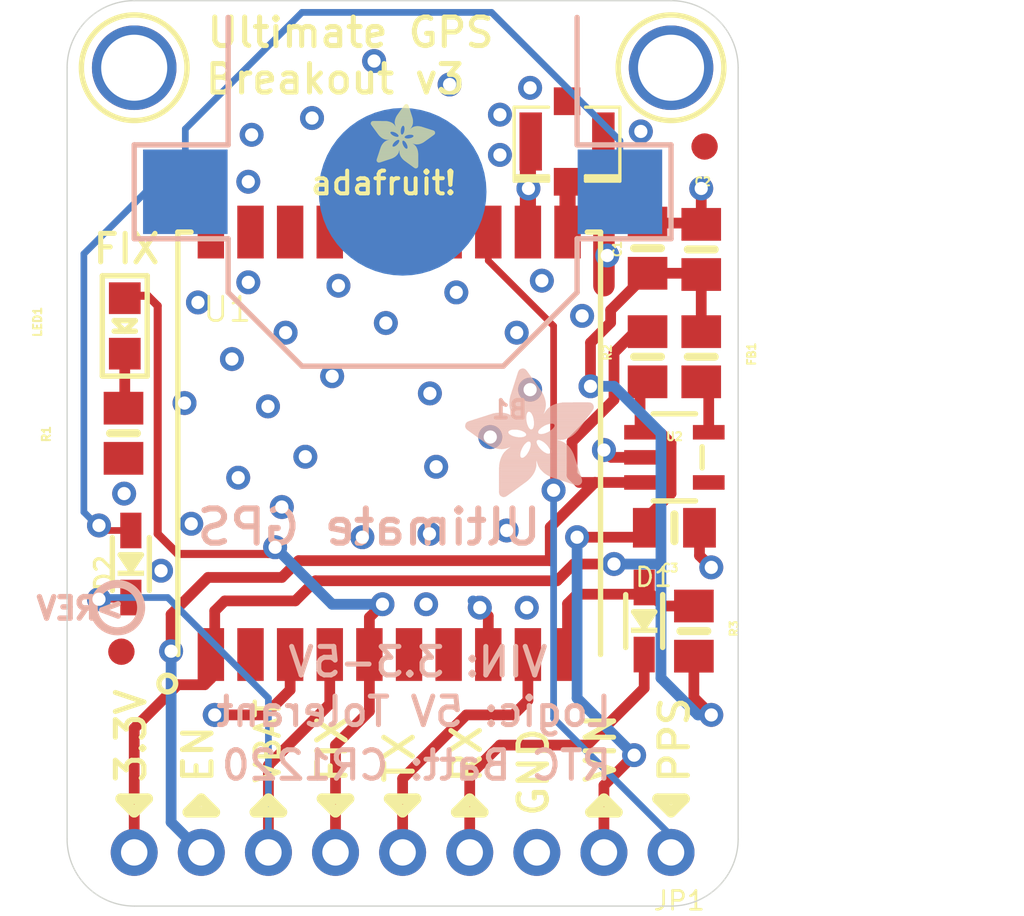
<source format=kicad_pcb>
(kicad_pcb (version 20211014) (generator pcbnew)
  (layers (0 "F.Cu" signal) (31 "B.Cu" signal) (34 "B.Paste" user) (35 "F.Paste" user) (36 "B.SilkS" user "B.Silkscreen") (37 "F.SilkS" user "F.Silkscreen") (38 "B.Mask" user) (39 "F.Mask" user) (44 "Edge.Cuts" user))
  (net 0 "")
  (net 1 "FIX")
  (net 2 "N$2")
  (net 3 "GND")
  (net 4 "3.3V")
  (net 5 "ENABLE")
  (net 6 "VIN")
  (net 7 "N$3")
  (net 8 "VBACKUP")
  (net 9 "TX")
  (net 10 "RX_3V")
  (net 11 "RX")
  (net 12 "N$4")
  (net 13 "1PPS")
  (net 14 "N$1")
  (footprint "boardEagle:0805-NO" (layer "F.Cu") (at 157.7721 101.3446 -90)
    (fp_text reference "R2" (at -0.508 1.524 90) (layer "F.SilkS") (effects (font (size 0.306426 0.306426) (thickness 0.099974)) (justify right)))
    (fp_text value "10K")
    (pad "1" smd rect (at -0.95 0 270) (size 1.24 1.5) (layers "F.Cu" "F.Paste" "F.Mask") (net 5 "ENABLE"))
    (pad "2" smd rect (at 0.95 0 270) (size 1.24 1.5) (layers "F.Cu" "F.Paste" "F.Mask") (net 6 "VIN"))
  )
  (footprint "boardEagle:MOUNTINGHOLE_2.5_PLATED" (layer "F.Cu") (at 138.3411 90.3986)
    (fp_text reference "U$8" hide)
    (fp_text value "MOUNTINGHOLE2.5" hide)
    (pad "P$1" thru_hole circle (at 0 0) (size 3.2 3.2) (drill 2.5) (layers *.Cu *.Mask))
  )
  (footprint "boardEagle:FIDUCIAL_1MM" (layer "F.Cu") (at 159.9311 93.3831)
    (fp_text reference "FID1" hide)
    (fp_text value "FIDUCIAL\"\"" hide)
    (pad "1" smd roundrect (at 0 0) (size 1 1) (layers "F.Cu" "F.Mask") (roundrect_rratio 0.5))
  )
  (footprint "boardEagle:0805-NO" (layer "F.Cu") (at 157.7721 97.2326 90)
    (fp_text reference "C1" (at -0.381 -1.143 90) (layer "F.SilkS") (effects (font (size 0.306426 0.306426) (thickness 0.099974)) (justify left)))
    (fp_text value "0.1uF")
    (pad "1" smd rect (at -0.95 0 90) (size 1.24 1.5) (layers "F.Cu" "F.Paste" "F.Mask") (net 4 "3.3V"))
    (pad "2" smd rect (at 0.95 0 90) (size 1.24 1.5) (layers "F.Cu" "F.Paste" "F.Mask") (net 3 "GND"))
  )
  (footprint "boardEagle:ADAFRUIT_2.5MM" (layer "F.Cu") (at 147.2946 94.2086)
    (fp_text reference "U$15" hide)
    (fp_text value "" hide)
  )
  (footprint "boardEagle:FGPMMOPA6H" (layer "F.Cu") (at 147.9931 104.6226 90)
    (fp_text reference "U1" (at 5.071 -7.111) (layer "F.SilkS") (effects (font (size 0.916026 0.916026) (thickness 0.099974)) (justify left)))
    (fp_text value "FGPMMOPA6H")
    (pad "" np_thru_hole circle (at 0.2 -0.8 90) (size 3 3) (drill 3) (layers *.Cu *.Mask))
    (pad "P$1" smd rect (at -8 -6.75 90) (size 2 1) (layers "F.Cu" "F.Paste" "F.Mask") (net 4 "3.3V"))
    (pad "P$2" smd rect (at -8 -5.25 90) (size 2 1) (layers "F.Cu" "F.Paste" "F.Mask"))
    (pad "P$3" smd rect (at -8 -3.75 90) (size 2 1) (layers "F.Cu" "F.Paste" "F.Mask") (net 3 "GND"))
    (pad "P$4" smd rect (at -8 -2.25 90) (size 2 1) (layers "F.Cu" "F.Paste" "F.Mask") (net 8 "VBACKUP"))
    (pad "P$5" smd rect (at -8 -0.75 90) (size 2 1) (layers "F.Cu" "F.Paste" "F.Mask") (net 1 "FIX"))
    (pad "P$6" smd rect (at -8 0.75 90) (size 2 1) (layers "F.Cu" "F.Paste" "F.Mask"))
    (pad "P$7" smd rect (at -8 2.25 90) (size 2 1) (layers "F.Cu" "F.Paste" "F.Mask"))
    (pad "P$8" smd rect (at -8 3.75 90) (size 2 1) (layers "F.Cu" "F.Paste" "F.Mask") (net 3 "GND"))
    (pad "P$9" smd rect (at -8 5.25 90) (size 2 1) (layers "F.Cu" "F.Paste" "F.Mask") (net 9 "TX"))
    (pad "P$10" smd rect (at -8 6.75 90) (size 2 1) (layers "F.Cu" "F.Paste" "F.Mask") (net 10 "RX_3V"))
    (pad "P$11" smd rect (at 8 6.75 270) (size 2 1) (layers "F.Cu" "F.Paste" "F.Mask") (net 12 "N$4"))
    (pad "P$12" smd rect (at 8 5.25 270) (size 2 1) (layers "F.Cu" "F.Paste" "F.Mask") (net 3 "GND"))
    (pad "P$13" smd rect (at 8 3.75 270) (size 2 1) (layers "F.Cu" "F.Paste" "F.Mask") (net 13 "1PPS"))
    (pad "P$14" smd rect (at 8 2.25 270) (size 2 1) (layers "F.Cu" "F.Paste" "F.Mask"))
    (pad "P$15" smd rect (at 8 0.75 270) (size 2 1) (layers "F.Cu" "F.Paste" "F.Mask"))
    (pad "P$16" smd rect (at 8 -0.75 270) (size 2 1) (layers "F.Cu" "F.Paste" "F.Mask"))
    (pad "P$17" smd rect (at 8 -2.25 270) (size 2 1) (layers "F.Cu" "F.Paste" "F.Mask"))
    (pad "P$18" smd rect (at 8 -3.75 270) (size 2 1) (layers "F.Cu" "F.Paste" "F.Mask"))
    (pad "P$19" smd rect (at 8 -5.25 270) (size 2 1) (layers "F.Cu" "F.Paste" "F.Mask") (net 3 "GND"))
    (pad "P$20" smd rect (at 8 -6.75 270) (size 2 1) (layers "F.Cu" "F.Paste" "F.Mask"))
  )
  (footprint "boardEagle:0805-NO" (layer "F.Cu") (at 158.7881 107.8216)
    (fp_text reference "C3" (at -0.508 1.524) (layer "F.SilkS") (effects (font (size 0.306426 0.306426) (thickness 0.099974)) (justify left)))
    (fp_text value "10uF")
    (pad "1" smd rect (at -0.95 0) (size 1.24 1.5) (layers "F.Cu" "F.Paste" "F.Mask") (net 6 "VIN"))
    (pad "2" smd rect (at 0.95 0) (size 1.24 1.5) (layers "F.Cu" "F.Paste" "F.Mask") (net 3 "GND"))
  )
  (footprint "boardEagle:0805-NO" (layer "F.Cu") (at 159.8041 101.3446 90)
    (fp_text reference "FB1" (at -0.381 1.905 90) (layer "F.SilkS") (effects (font (size 0.306426 0.306426) (thickness 0.099974)) (justify left)))
    (fp_text value "Ferrite")
    (pad "1" smd rect (at -0.95 0 90) (size 1.24 1.5) (layers "F.Cu" "F.Paste" "F.Mask") (net 7 "N$3"))
    (pad "2" smd rect (at 0.95 0 90) (size 1.24 1.5) (layers "F.Cu" "F.Paste" "F.Mask") (net 4 "3.3V"))
  )
  (footprint "boardEagle:MOUNTINGHOLE_2.5_PLATED" (layer "F.Cu") (at 158.6611 90.3986)
    (fp_text reference "U$9" hide)
    (fp_text value "MOUNTINGHOLE2.5" hide)
    (pad "P$1" thru_hole circle (at 0 0) (size 3.2 3.2) (drill 2.5) (layers *.Cu *.Mask))
  )
  (footprint "boardEagle:SOT23-5" (layer "F.Cu") (at 158.7881 105.1546 -90)
    (fp_text reference "U2" (at -0.786 -0.357) (layer "F.SilkS") (effects (font (size 0.306426 0.306426) (thickness 0.099974)) (justify right)))
    (fp_text value "MIC5225-3.3")
    (pad "1" smd rect (at -0.95 1.3001 270) (size 0.55 1.2) (layers "F.Cu" "F.Paste" "F.Mask") (net 6 "VIN"))
    (pad "2" smd rect (at 0 1.3001 270) (size 0.55 1.2) (layers "F.Cu" "F.Paste" "F.Mask") (net 3 "GND"))
    (pad "3" smd rect (at 0.95 1.3001 270) (size 0.55 1.2) (layers "F.Cu" "F.Paste" "F.Mask") (net 5 "ENABLE"))
    (pad "4" smd rect (at 0.95 -1.3001 270) (size 0.55 1.2) (layers "F.Cu" "F.Paste" "F.Mask"))
    (pad "5" smd rect (at -0.95 -1.3001 270) (size 0.55 1.2) (layers "F.Cu" "F.Paste" "F.Mask") (net 7 "N$3"))
  )
  (footprint "boardEagle:U.FL" (layer "F.Cu") (at 154.7241 93.1926 -90)
    (fp_text reference "U$20" hide)
    (fp_text value "U.FL" hide)
    (pad "P$1" smd rect (at 0 -1.375 270) (size 2.2 0.85) (layers "F.Cu" "F.Paste" "F.Mask") (net 3 "GND"))
    (pad "P$2" smd rect (at 0 1.375 270) (size 2.2 0.85) (layers "F.Cu" "F.Paste" "F.Mask") (net 3 "GND"))
    (pad "P$3" smd rect (at 1.525 0 270) (size 1.05 1) (layers "F.Cu" "F.Paste" "F.Mask") (net 12 "N$4"))
    (pad "P$4" smd rect (at -1.525 0 270) (size 1.05 1) (layers "F.Cu" "F.Paste" "F.Mask"))
  )
  (footprint "boardEagle:FIDUCIAL_1MM" (layer "F.Cu") (at 137.8561 112.5151)
    (fp_text reference "FID2" hide)
    (fp_text value "FIDUCIAL\"\"" hide)
    (pad "1" smd roundrect (at 0 0) (size 1 1) (layers "F.Cu" "F.Mask") (roundrect_rratio 0.5))
  )
  (footprint "boardEagle:CHIPLED_0805" (layer "F.Cu") (at 137.9841 100.1776 180)
    (fp_text reference "LED1" (at 3.302 0.762 90) (layer "F.SilkS") (effects (font (size 0.306426 0.306426) (thickness 0.099974)) (justify right)))
    (fp_text value "RED")
    (pad "A" smd rect (at 0 1.05 180) (size 1.2 1.2) (layers "F.Cu" "F.Paste" "F.Mask") (net 1 "FIX"))
    (pad "C" smd rect (at 0 -1.05 180) (size 1.2 1.2) (layers "F.Cu" "F.Paste" "F.Mask") (net 2 "N$2"))
  )
  (footprint "boardEagle:SOD-323" (layer "F.Cu") (at 138.2141 109.1946 90)
    (fp_text reference "D2" (at -1.1 -1 90) (layer "F.SilkS") (effects (font (size 0.692831 0.692831) (thickness 0.119969)) (justify left)))
    (fp_text value "CUS520")
    (pad "A" smd rect (at 1.27 0 90) (size 1.35 0.8) (layers "F.Cu" "F.Paste" "F.Mask") (net 14 "N$1"))
    (pad "C" smd rect (at -1.27 0 90) (size 1.35 0.8) (layers "F.Cu" "F.Paste" "F.Mask") (net 8 "VBACKUP"))
  )
  (footprint "boardEagle:SOD-323" (layer "F.Cu") (at 157.6451 111.3536 90)
    (fp_text reference "D1" (at 1.662 -0.403) (layer "F.SilkS") (effects (font (size 0.712826 0.712826) (thickness 0.099974)) (justify left)))
    (fp_text value "1N4148")
    (pad "A" smd rect (at 1.27 0 90) (size 1.35 0.8) (layers "F.Cu" "F.Paste" "F.Mask") (net 10 "RX_3V"))
    (pad "C" smd rect (at -1.27 0 90) (size 1.35 0.8) (layers "F.Cu" "F.Paste" "F.Mask") (net 11 "RX"))
  )
  (footprint "boardEagle:1X09_ROUND_70" (layer "F.Cu") (at 148.5011 120.1166 180)
    (fp_text reference "JP1" (at -11.5062 -1.8288) (layer "F.SilkS") (effects (font (size 0.712826 0.712826) (thickness 0.099974)) (justify right)))
    (fp_text value "")
    (pad "1" thru_hole circle (at -10.16 0 270) (size 1.778 1.778) (drill 1) (layers *.Cu *.Mask) (net 13 "1PPS"))
    (pad "2" thru_hole circle (at -7.62 0 270) (size 1.778 1.778) (drill 1) (layers *.Cu *.Mask) (net 6 "VIN"))
    (pad "3" thru_hole circle (at -5.08 0 270) (size 1.778 1.778) (drill 1) (layers *.Cu *.Mask) (net 3 "GND"))
    (pad "4" thru_hole circle (at -2.54 0 270) (size 1.778 1.778) (drill 1) (layers *.Cu *.Mask) (net 11 "RX"))
    (pad "5" thru_hole circle (at 0 0 270) (size 1.778 1.778) (drill 1) (layers *.Cu *.Mask) (net 9 "TX"))
    (pad "6" thru_hole circle (at 2.54 0 270) (size 1.778 1.778) (drill 1) (layers *.Cu *.Mask) (net 1 "FIX"))
    (pad "7" thru_hole circle (at 5.08 0 270) (size 1.778 1.778) (drill 1) (layers *.Cu *.Mask) (net 8 "VBACKUP"))
    (pad "8" thru_hole circle (at 7.62 0 270) (size 1.778 1.778) (drill 1) (layers *.Cu *.Mask) (net 5 "ENABLE"))
    (pad "9" thru_hole circle (at 10.16 0 270) (size 1.778 1.778) (drill 1) (layers *.Cu *.Mask) (net 4 "3.3V"))
  )
  (footprint "boardEagle:0805-NO" (layer "F.Cu") (at 159.5261 111.7346 90)
    (fp_text reference "R3" (at -0.254 1.524 90) (layer "F.SilkS") (effects (font (size 0.306426 0.306426) (thickness 0.099974)) (justify left)))
    (fp_text value "10K")
    (pad "1" smd rect (at -0.95 0 90) (size 1.24 1.5) (layers "F.Cu" "F.Paste" "F.Mask") (net 4 "3.3V"))
    (pad "2" smd rect (at 0.95 0 90) (size 1.24 1.5) (layers "F.Cu" "F.Paste" "F.Mask") (net 10 "RX_3V"))
  )
  (footprint "boardEagle:0805-NO" (layer "F.Cu") (at 137.9361 104.2416 90)
    (fp_text reference "R1" (at -0.381 -2.921 90) (layer "F.SilkS") (effects (font (size 0.306426 0.306426) (thickness 0.099974)) (justify left)))
    (fp_text value "1K")
    (pad "1" smd rect (at -0.95 0 90) (size 1.24 1.5) (layers "F.Cu" "F.Paste" "F.Mask") (net 3 "GND"))
    (pad "2" smd rect (at 0.95 0 90) (size 1.24 1.5) (layers "F.Cu" "F.Paste" "F.Mask") (net 2 "N$2"))
  )
  (footprint "boardEagle:0805-NO" (layer "F.Cu") (at 159.8041 97.2806 90)
    (fp_text reference "C2" (at 2.564 0.405) (layer "F.SilkS") (effects (font (size 0.306426 0.306426) (thickness 0.099974)) (justify right)))
    (fp_text value "10uF")
    (pad "1" smd rect (at -0.95 0 90) (size 1.24 1.5) (layers "F.Cu" "F.Paste" "F.Mask") (net 4 "3.3V"))
    (pad "2" smd rect (at 0.95 0 90) (size 1.24 1.5) (layers "F.Cu" "F.Paste" "F.Mask") (net 3 "GND"))
  )
  (footprint "boardEagle:CR1220" (layer "B.Cu") (at 148.5011 95.0976 180)
    (fp_text reference "B1" (at -3.302 -7.86) (layer "B.SilkS") (effects (font (size 0.666496 0.666496) (thickness 0.146304)) (justify right top mirror)))
    (fp_text value "CR1220")
    (pad "+$1" smd rect (at -8.2254 0 180) (size 3.2 3.2) (layers "B.Cu" "B.Paste" "B.Mask") (net 14 "N$1"))
    (pad "+$2" smd rect (at 8.2254 0 180) (size 3.2 3.2) (layers "B.Cu" "B.Paste" "B.Mask") (net 14 "N$1"))
    (pad "-" smd roundrect (at 0 0 180) (size 6.35 6.35) (layers "B.Cu" "B.Mask") (roundrect_rratio 0.5) (net 3 "GND"))
  )
  (footprint "boardEagle:ADAFRUIT_5MM" (layer "B.Cu") (at 155.7401 106.6546 180)
    (fp_text reference "U$18" hide)
    (fp_text value "" hide)
  )
  (footprint "boardEagle:PCBFEAT-REV-040" (layer "B.Cu") (at 137.7061 110.8456 180)
    (fp_text reference "U$16" hide)
    (fp_text value "" hide)
    (fp_text user ">REV" (at -0.3556 -0.508) (layer "B.SilkS") (effects (font (size 0.8128 0.8128) (thickness 0.2032)) (justify left bottom mirror)))
  )
  (gr_line (start 147.9931 118.0846) (end 148.5011 118.5926) (layer "F.SilkS") (width 0.4064))
  (gr_line (start 141.3891 118.5926) (end 140.8811 118.0846) (layer "F.SilkS") (width 0.4064))
  (gr_line (start 149.0091 118.0846) (end 147.9931 118.0846) (layer "F.SilkS") (width 0.4064))
  (gr_line (start 145.4531 118.0846) (end 145.9611 118.5926) (layer "F.SilkS") (width 0.4064))
  (gr_line (start 156.6291 118.5926) (end 156.1211 118.0846) (layer "F.SilkS") (width 0.4064))
  (gr_line (start 159.1691 118.0846) (end 158.1531 118.0846) (layer "F.SilkS") (width 0.4064))
  (gr_line (start 143.9291 118.5926) (end 143.4211 118.0846) (layer "F.SilkS") (width 0.4064))
  (gr_line (start 155.6131 118.5926) (end 156.6291 118.5926) (layer "F.SilkS") (width 0.4064))
  (gr_line (start 146.4691 118.0846) (end 145.4531 118.0846) (layer "F.SilkS") (width 0.4064))
  (gr_line (start 158.6611 118.5926) (end 159.1691 118.0846) (layer "F.SilkS") (width 0.4064))
  (gr_line (start 142.9131 118.5926) (end 143.9291 118.5926) (layer "F.SilkS") (width 0.4064))
  (gr_line (start 145.9611 118.5926) (end 146.4691 118.0846) (layer "F.SilkS") (width 0.4064))
  (gr_line (start 138.8491 118.0846) (end 137.8331 118.0846) (layer "F.SilkS") (width 0.4064))
  (gr_line (start 140.3731 118.5926) (end 141.3891 118.5926) (layer "F.SilkS") (width 0.4064))
  (gr_line (start 148.5011 118.5926) (end 149.0091 118.0846) (layer "F.SilkS") (width 0.4064))
  (gr_line (start 158.1531 118.0846) (end 158.6611 118.5926) (layer "F.SilkS") (width 0.4064))
  (gr_line (start 151.5491 118.5926) (end 151.0411 118.0846) (layer "F.SilkS") (width 0.4064))
  (gr_line (start 140.8811 118.0846) (end 140.3731 118.5926) (layer "F.SilkS") (width 0.4064))
  (gr_line (start 151.0411 118.0846) (end 150.5331 118.5926) (layer "F.SilkS") (width 0.4064))
  (gr_line (start 137.8331 118.0846) (end 138.3411 118.5926) (layer "F.SilkS") (width 0.4064))
  (gr_line (start 156.1211 118.0846) (end 155.6131 118.5926) (layer "F.SilkS") (width 0.4064))
  (gr_line (start 143.4211 118.0846) (end 142.9131 118.5926) (layer "F.SilkS") (width 0.4064))
  (gr_line (start 138.3411 118.5926) (end 138.8491 118.0846) (layer "F.SilkS") (width 0.4064))
  (gr_line (start 150.5331 118.5926) (end 151.5491 118.5926) (layer "F.SilkS") (width 0.4064))
  (gr_line (start 161.2011 90.3986) (end 161.2011 119.6086) (layer "Edge.Cuts") (width 0.05))
  (gr_arc (start 138.3411 122.1486) (mid 136.545049 121.404651) (end 135.8011 119.6086) (layer "Edge.Cuts") (width 0.05))
  (gr_line (start 135.8011 119.6086) (end 135.8011 90.3986) (layer "Edge.Cuts") (width 0.05))
  (gr_line (start 138.3411 87.8586) (end 158.6611 87.8586) (layer "Edge.Cuts") (width 0.05))
  (gr_arc (start 135.8011 90.3986) (mid 136.545049 88.602549) (end 138.3411 87.8586) (layer "Edge.Cuts") (width 0.05))
  (gr_line (start 158.6611 122.1486) (end 138.3411 122.1486) (layer "Edge.Cuts") (width 0.05))
  (gr_arc (start 158.6611 87.8586) (mid 160.457151 88.602549) (end 161.2011 90.3986) (layer "Edge.Cuts") (width 0.05))
  (gr_arc (start 161.2011 119.6086) (mid 160.457151 121.404651) (end 158.6611 122.1486) (layer "Edge.Cuts") (width 0.05))
  (gr_text "RTC Batt: CR1220" (at 156.5021 117.4496) (layer "B.SilkS") (effects (font (size 1.0795 1.0795) (thickness 0.1905)) (justify left bottom mirror)))
  (gr_text "VIN: 3.3-5V" (at 154.0891 113.5366) (layer "B.SilkS") (effects (font (size 1.0795 1.0795) (thickness 0.1905)) (justify left bottom mirror)))
  (gr_text "Logic: 5V Tolerant" (at 156.5021 115.4176) (layer "B.SilkS") (effects (font (size 1.0795 1.0795) (thickness 0.1905)) (justify left bottom mirror)))
  (gr_text "Ultimate GPS" (at 147.2311 107.7976) (layer "B.SilkS") (effects (font (size 1.2954 1.2954) (thickness 0.2286)) (justify mirror)))
  (gr_text "Breakout v3" (at 140.9446 91.4621) (layer "F.SilkS") (effects (font (size 1.0795 1.0795) (thickness 0.1905)) (justify left bottom)))
  (gr_text "EN" (at 141.3891 117.5766 90) (layer "F.SilkS") (effects (font (size 1.0795 1.0795) (thickness 0.1905)) (justify left bottom)))
  (gr_text "PPS" (at 159.4231 117.5766 90) (layer "F.SilkS") (effects (font (size 1.0795 1.0795) (thickness 0.1905)) (justify left bottom)))
  (gr_text "TX" (at 149.0091 117.5766 90) (layer "F.SilkS") (effects (font (size 1.0795 1.0795) (thickness 0.1905)) (justify left bottom)))
  (gr_text "adafruit!" (at 144.9451 95.2721) (layer "F.SilkS") (effects (font (size 0.8636 0.8636) (thickness 0.1524)) (justify left bottom)))
  (gr_text "GND" (at 154.0891 118.8466 90) (layer "F.SilkS") (effects (font (size 1.0795 1.0795) (thickness 0.1905)) (justify left bottom)))
  (gr_text "VBAT" (at 143.9291 117.5766 90) (layer "F.SilkS") (effects (font (size 0.90678 0.90678) (thickness 0.16002)) (justify left bottom)))
  (gr_text "VIN" (at 156.6291 117.5766 90) (layer "F.SilkS") (effects (font (size 1.0795 1.0795) (thickness 0.1905)) (justify left bottom)))
  (gr_text "RX" (at 151.5491 117.5766 90) (layer "F.SilkS") (effects (font (size 1.0795 1.0795) (thickness 0.1905)) (justify left bottom)))
  (gr_text "FIX" (at 136.6901 97.8916) (layer "F.SilkS") (effects (font (size 1.0795 1.0795) (thickness 0.1905)) (justify left bottom)))
  (gr_text "Ultimate GPS" (at 141.0081 89.7001) (layer "F.SilkS") (effects (font (size 1.0795 1.0795) (thickness 0.1905)) (justify left bottom)))
  (gr_text "FIX" (at 146.4691 117.5766 90) (layer "F.SilkS") (effects (font (size 1.0795 1.0795) (thickness 0.1905)) (justify left bottom)))
  (gr_text "3.3V" (at 138.8491 117.5766 90) (layer "F.SilkS") (effects (font (size 1.0795 1.0795) (thickness 0.1905)) (justify left bottom)))
  (segment (start 139.9921 108.8136) (end 143.4211 108.8136) (width 0.3048) (layer "F.Cu") (net 1))
  (segment (start 147.2431 114.7706) (end 147.2431 112.6226) (width 0.4064) (layer "F.Cu") (net 1))
  (segment (start 138.8491 99.0346) (end 139.2301 99.4156) (width 0.3048) (layer "F.Cu") (net 1))
  (segment (start 145.9611 120.1166) (end 145.9611 116.0526) (width 0.4064) (layer "F.Cu") (net 1))
  (segment (start 143.4211 108.8136) (end 143.6751 108.5596) (width 0.3048) (layer "F.Cu") (net 1))
  (segment (start 139.2301 99.4156) (end 139.2301 108.0516) (width 0.3048) (layer "F.Cu") (net 1))
  (segment (start 139.2301 108.0516) (end 139.9921 108.8136) (width 0.3048) (layer "F.Cu") (net 1))
  (segment (start 147.2431 111.2146) (end 147.7391 110.7186) (width 0.4064) (layer "F.Cu") (net 1))
  (segment (start 138.0771 99.0346) (end 138.8491 99.0346) (width 0.3048) (layer "F.Cu") (net 1))
  (segment (start 145.9611 116.0526) (end 147.2431 114.7706) (width 0.4064) (layer "F.Cu") (net 1))
  (segment (start 138.0771 99.0346) (end 137.9841 99.1276) (width 0.4064) (layer "F.Cu") (net 1))
  (segment (start 147.2431 112.6226) (end 147.2431 111.2146) (width 0.4064) (layer "F.Cu") (net 1))
  (via (at 143.6751 108.5596) (size 0.9064) (drill 0.5) (layers "F.Cu" "B.Cu") (net 1))
  (via (at 147.7391 110.7186) (size 0.9064) (drill 0.5) (layers "F.Cu" "B.Cu") (net 1))
  (segment (start 143.6751 108.5596) (end 145.8341 110.7186) (width 0.4064) (layer "B.Cu") (net 1))
  (segment (start 145.8341 110.7186) (end 147.7391 110.7186) (width 0.4064) (layer "B.Cu") (net 1))
  (segment (start 137.9841 103.2436) (end 137.9841 101.2276) (width 0.4064) (layer "F.Cu") (net 2))
  (segment (start 137.9361 103.2916) (end 137.9841 103.2436) (width 0.4064) (layer "F.Cu") (net 2))
  (segment (start 153.3491 93.1926) (end 153.3271 93.1926) (width 0.4064) (layer "F.Cu") (net 3))
  (segment (start 156.0991 93.1926) (end 156.0991 96.2826) (width 0.8128) (layer "F.Cu") (net 3))
  (segment (start 144.2431 113.9606) (end 144.2431 112.6226) (width 0.4064) (layer "F.Cu") (net 3))
  (segment (start 156.3991 105.1546) (end 157.488 105.1546) (width 0.4064) (layer "F.Cu") (net 3))
  (segment (start 156.1211 104.8766) (end 156.3991 105.1546) (width 0.4064) (layer "F.Cu") (net 3))
  (segment (start 159.7561 96.2826) (end 159.8041 96.3306) (width 0.4064) (layer "F.Cu") (net 3))
  (segment (start 141.3891 114.9096) (end 143.2941 114.9096) (width 0.4064) (layer "F.Cu") (net 3))
  (segment (start 153.2431 93.2766) (end 153.3271 93.1926) (width 0.6096) (layer "F.Cu") (net 3))
  (segment (start 153.2431 96.6226) (end 153.2431 93.2766) (width 0.6096) (layer "F.Cu") (net 3))
  (segment (start 156.0991 96.2826) (end 156.1211 96.2826) (width 0.8128) (layer "F.Cu") (net 3))
  (segment (start 160.1851 109.3216) (end 159.7381 108.8746) (width 0.4064) (layer "F.Cu") (net 3))
  (segment (start 157.7721 96.2826) (end 159.7561 96.2826) (width 0.4064) (layer "F.Cu") (net 3))
  (segment (start 151.7431 112.6226) (end 151.7431 111.1666) (width 0.4064) (layer "F.Cu") (net 3))
  (segment (start 156.1211 96.2826) (end 157.7721 96.2826) (width 0.8128) (layer "F.Cu") (net 3))
  (segment (start 159.7381 108.8746) (end 159.7381 107.8216) (width 0.4064) (layer "F.Cu") (net 3))
  (segment (start 153.3271 93.5956) (end 153.3271 93.6786) (width 0.4064) (layer "F.Cu") (net 3))
  (segment (start 159.8041 96.3306) (end 159.8041 94.9706) (width 0.4064) (layer "F.Cu") (net 3))
  (segment (start 151.7431 111.1666) (end 151.4221 110.8456) (width 0.4064) (layer "F.Cu") (net 3))
  (segment (start 156.1211 98.6536) (end 156.1211 96.2826) (width 0.8128) (layer "F.Cu") (net 3))
  (segment (start 143.2941 114.9096) (end 144.2431 113.9606) (width 0.4064) (layer "F.Cu") (net 3))
  (segment (start 153.3271 93.1926) (end 153.3271 93.5956) (width 0.6096) (layer "F.Cu") (net 3))
  (via (at 140.2461 103.0986) (size 0.9064) (drill 0.5) (layers "F.Cu" "B.Cu") (net 3))
  (via (at 146.9771 108.1786) (size 0.9064) (drill 0.5) (layers "F.Cu" "B.Cu") (net 3))
  (via (at 142.0401 101.4316) (size 0.9064) (drill 0.5) (layers "F.Cu" "B.Cu") (net 3))
  (via (at 151.4221 110.8456) (size 0.9064) (drill 0.5) (layers "F.Cu" "B.Cu") (net 3))
  (via (at 150.2791 91.0336) (size 0.9064) (drill 0.5) (layers "F.Cu" "B.Cu") (net 3))
  (via (at 151.8191 104.3846) (size 0.9064) (drill 0.5) (layers "F.Cu" "B.Cu") (net 3))
  (via (at 153.7716 98.4631) (size 0.9064) (drill 0.5) (layers "F.Cu" "B.Cu") (net 3))
  (via (at 147.8661 100.0666) (size 0.9064) (drill 0.5) (layers "F.Cu" "B.Cu") (net 3))
  (via (at 152.8191 100.4316) (size 0.9064) (drill 0.5) (layers "F.Cu" "B.Cu") (net 3))
  (via (at 142.6591 98.5266) (size 0.9064) (drill 0.5) (layers "F.Cu" "B.Cu") (net 3))
  (via (at 153.2636 94.9706) (size 0.9064) (drill 0.5) (layers "F.Cu" "B.Cu") (net 3))
  (via (at 140.5001 107.6706) (size 0.9064) (drill 0.5) (layers "F.Cu" "B.Cu") (net 3))
  (via (at 149.5171 108.0516) (size 0.9064) (drill 0.5) (layers "F.Cu" "B.Cu") (net 3))
  (via (at 147.4216 90.1446) (size 0.9064) (drill 0.5) (layers "F.Cu" "B.Cu") (net 3))
  (via (at 159.8041 94.9706) (size 0.9064) (drill 0.5) (layers "F.Cu" "B.Cu") (net 3))
  (via (at 156.2481 97.5106) (size 0.9064) (drill 0.5) (layers "F.Cu" "B.Cu") (net 3))
  (via (at 156.1211 104.8766) (size 0.9064) (drill 0.5) (layers "F.Cu" "B.Cu") (net 3))
  (via (at 143.4051 103.2256) (size 0.9064) (drill 0.5) (layers "F.Cu" "B.Cu") (net 3))
  (via (at 142.6591 94.7166) (size 0.9064) (drill 0.5) (layers "F.Cu" "B.Cu") (net 3))
  (via (at 139.3571 109.4486) (size 0.9064) (drill 0.5) (layers "F.Cu" "B.Cu") (net 3))
  (via (at 149.3901 110.7186) (size 0.9064) (drill 0.5) (layers "F.Cu" "B.Cu") (net 3))
  (via (at 153.3271 91.1606) (size 0.9064) (drill 0.5) (layers "F.Cu" "B.Cu") (net 3))
  (via (at 137.9601 106.5276) (size 0.9064) (drill 0.5) (layers "F.Cu" "B.Cu") (net 3))
  (via (at 146.0721 98.6536) (size 0.9064) (drill 0.5) (layers "F.Cu" "B.Cu") (net 3))
  (via (at 160.1851 109.3216) (size 0.9064) (drill 0.5) (layers "F.Cu" "B.Cu") (net 3))
  (via (at 152.4381 107.9246) (size 0.9064) (drill 0.5) (layers "F.Cu" "B.Cu") (net 3))
  (via (at 152.1841 93.7006) (size 0.9064) (drill 0.5) (layers "F.Cu" "B.Cu") (net 3))
  (via (at 149.5331 102.7336) (size 0.9064) (drill 0.5) (layers "F.Cu" "B.Cu") (net 3))
  (via (at 155.2956 99.7966) (size 0.9064) (drill 0.5) (layers "F.Cu" "B.Cu") (net 3))
  (via (at 143.9291 107.0356) (size 0.9064) (drill 0.5) (layers "F.Cu" "B.Cu") (net 3))
  (via (at 142.2781 105.9246) (size 0.9064) (drill 0.5) (layers "F.Cu" "B.Cu") (net 3))
  (via (at 149.7711 105.5116) (size 0.9064) (drill 0.5) (layers "F.Cu" "B.Cu") (net 3))
  (via (at 142.7861 92.9386) (size 0.9064) (drill 0.5) (layers "F.Cu" "B.Cu") (net 3))
  (via (at 140.7541 99.2886) (size 0.9064) (drill 0.5) (layers "F.Cu" "B.Cu") (net 3))
  (via (at 141.3891 114.9096) (size 0.9064) (drill 0.5) (layers "F.Cu" "B.Cu") (net 3))
  (via (at 145.8341 102.0826) (size 0.9064) (drill 0.5) (layers "F.Cu" "B.Cu") (net 3))
  (via (at 153.3271 102.5906) (size 0.9064) (drill 0.5) (layers "F.Cu" "B.Cu") (net 3))
  (via (at 150.5331 98.9076) (size 0.9064) (drill 0.5) (layers "F.Cu" "B.Cu") (net 3))
  (via (at 152.1841 92.1766) (size 0.9064) (drill 0.5) (layers "F.Cu" "B.Cu") (net 3))
  (via (at 144.0721 100.4316) (size 0.9064) (drill 0.5) (layers "F.Cu" "B.Cu") (net 3))
  (via (at 157.5181 92.8116) (size 0.9064) (drill 0.5) (layers "F.Cu" "B.Cu") (net 3))
  (via (at 153.2001 110.8456) (size 0.9064) (drill 0.5) (layers "F.Cu" "B.Cu") (net 3))
  (via (at 144.8181 105.1306) (size 0.9064) (drill 0.5) (layers "F.Cu" "B.Cu") (net 3))
  (via (at 145.0721 92.3036) (size 0.9064) (drill 0.5) (layers "F.Cu" "B.Cu") (net 3))
  (segment (start 141.3891 114.9096) (end 141.3891 115.1636) (width 0.4064) (layer "B.Cu") (net 3))
  (segment (start 160.1851 109.3216) (end 160.3121 109.3216) (width 0.4064) (layer "B.Cu") (net 3))
  (segment (start 159.8041 94.9706) (end 159.8041 94.8436) (width 0.4064) (layer "B.Cu") (net 3))
  (segment (start 151.4221 110.8456) (end 151.1681 110.5916) (width 0.4064) (layer "B.Cu") (net 3))
  (segment (start 159.8041 98.2306) (end 159.8041 100.3946) (width 0.4064) (layer "F.Cu") (net 4))
  (segment (start 145.1991 109.8296) (end 144.4371 110.5916) (width 0.4064) (layer "F.Cu") (net 4))
  (segment (start 141.3891 112.4766) (end 141.2431 112.6226) (width 0.4064) (layer "F.Cu") (net 4))
  (segment (start 141.3891 110.9726) (end 141.3891 112.4766) (width 0.4064) (layer "F.Cu") (net 4))
  (segment (start 141.7701 110.5916) (end 141.3891 110.9726) (width 0.4064) (layer "F.Cu") (net 4))
  (segment (start 141.0081 113.7666) (end 141.2431 113.5316) (width 0.4064) (layer "F.Cu") (net 4))
  (segment (start 155.6131 100.8126) (end 156.3751 100.0506) (width 0.4064) (layer "F.Cu") (net 4))
  (segment (start 155.6131 102.4636) (end 155.6131 100.8126) (width 0.4064) (layer "F.Cu") (net 4))
  (segment (start 154.9781 109.1946) (end 156.5021 109.1946) (width 0.4064) (layer "F.Cu") (net 4))
  (segment (start 141.2431 113.5316) (end 141.2431 112.6226) (width 0.4064) (layer "F.Cu") (net 4))
  (segment (start 141.0081 113.7666) (end 139.9921 113.7666) (width 0.4064) (layer "F.Cu") (net 4))
  (segment (start 156.3751 100.0506) (end 156.3751 99.5796) (width 0.4064) (layer "F.Cu") (net 4))
  (segment (start 139.9921 113.7666) (end 138.3411 115.4176) (width 0.4064) (layer "F.Cu") (net 4))
  (segment (start 156.3751 99.5796) (end 157.7721 98.1826) (width 0.4064) (layer "F.Cu") (net 4))
  (segment (start 159.5261 112.6846) (end 159.5261 114.2506) (width 0.4064) (layer "F.Cu") (net 4))
  (segment (start 144.4371 110.5916) (end 141.7701 110.5916) (width 0.4064) (layer "F.Cu") (net 4))
  (segment (start 138.3411 115.4176) (end 138.3411 120.1166) (width 0.4064) (layer "F.Cu") (net 4))
  (segment (start 154.3431 109.8296) (end 145.1991 109.8296) (width 0.4064) (layer "F.Cu") (net 4))
  (segment (start 157.7721 98.1826) (end 159.7561 98.1826) (width 0.4064) (layer "F.Cu") (net 4))
  (segment (start 159.7561 98.1826) (end 159.8041 98.2306) (width 0.4064) (layer "F.Cu") (net 4))
  (segment (start 159.5261 114.2506) (end 160.1851 114.9096) (width 0.4064) (layer "F.Cu") (net 4))
  (segment (start 154.9781 109.1946) (end 154.3431 109.8296) (width 0.4064) (layer "F.Cu") (net 4))
  (via (at 155.6131 102.4636) (size 0.9064) (drill 0.5) (layers "F.Cu" "B.Cu") (net 4))
  (via (at 160.1851 114.9096) (size 0.9064) (drill 0.5) (layers "F.Cu" "B.Cu") (net 4))
  (via (at 156.5021 109.1946) (size 0.9064) (drill 0.5) (layers "F.Cu" "B.Cu") (net 4))
  (segment (start 158.2801 109.1946) (end 158.2801 104.2416) (width 0.4064) (layer "B.Cu") (net 4))
  (segment (start 158.2801 113.5126) (end 158.2801 109.1946) (width 0.4064) (layer "B.Cu") (net 4))
  (segment (start 160.1851 114.9096) (end 159.6771 114.9096) (width 0.4064) (layer "B.Cu") (net 4))
  (segment (start 156.5021 102.4636) (end 155.6131 102.4636) (width 0.4064) (layer "B.Cu") (net 4))
  (segment (start 158.2801 104.2416) (end 156.5021 102.4636) (width 0.4064) (layer "B.Cu") (net 4))
  (segment (start 159.6771 114.9096) (end 158.2801 113.5126) (width 0.4064) (layer "B.Cu") (net 4))
  (segment (start 156.5021 109.1946) (end 158.2801 109.1946) (width 0.4064) (layer "B.Cu") (net 4))
  (segment (start 139.7381 112.4966) (end 139.7381 111.0996) (width 0.4064) (layer "F.Cu") (net 5))
  (segment (start 157.2641 100.4316) (end 157.7351 100.4316) (width 0.4064) (layer "F.Cu") (net 5))
  (segment (start 156.5021 102.9716) (end 156.5021 101.1936) (width 0.4064) (layer "F.Cu") (net 5))
  (segment (start 157.488 106.1046) (end 155.9941 106.1046) (width 0.4064) (layer "F.Cu") (net 5))
  (segment (start 157.7351 100.4316) (end 157.7721 100.3946) (width 0.4064) (layer "F.Cu") (net 5))
  (segment (start 156.5021 102.9716) (end 154.9146 104.5591) (width 0.4064) (layer "F.Cu") (net 5))
  (segment (start 154.9146 104.5591) (end 154.9146 105.8291) (width 0.4064) (layer "F.Cu") (net 5))
  (segment (start 139.7381 111.0996) (end 141.1351 109.7026) (width 0.4064) (layer "F.Cu") (net 5))
  (segment (start 156.5021 101.1936) (end 157.2641 100.4316) (width 0.4064) (layer "F.Cu") (net 5))
  (segment (start 143.9291 109.7026) (end 144.5641 109.0676) (width 0.4064) (layer "F.Cu") (net 5))
  (segment (start 154.0891 107.7976) (end 155.7821 106.1046) (width 0.4064) (layer "F.Cu") (net 5))
  (segment (start 144.5641 109.0676) (end 154.0891 109.0676) (width 0.4064) (layer "F.Cu") (net 5))
  (segment (start 155.7821 106.1046) (end 155.1901 106.1046) (width 0.4064) (layer "F.Cu") (net 5))
  (segment (start 155.7821 106.1046) (end 155.9941 106.1046) (width 0.4064) (layer "F.Cu") (net 5))
  (segment (start 155.1901 106.1046) (end 154.9146 105.8291) (width 0.4064) (layer "F.Cu") (net 5))
  (segment (start 141.1351 109.7026) (end 143.9291 109.7026) (width 0.4064) (layer "F.Cu") (net 5))
  (segment (start 154.0891 109.0676) (end 154.0891 107.7976) (width 0.4064) (layer "F.Cu") (net 5))
  (via (at 139.7381 112.4966) (size 0.9064) (drill 0.5) (layers "F.Cu" "B.Cu") (net 5))
  (segment (start 139.7381 118.9736) (end 139.7381 112.4966) (width 0.4064) (layer "B.Cu") (net 5))
  (segment (start 140.8811 120.1166) (end 139.7381 118.9736) (width 0.4064) (layer "B.Cu") (net 5))
  (segment (start 157.488 102.5787) (end 157.7721 102.2946) (width 0.4064) (layer "F.Cu") (net 6))
  (segment (start 157.8381 107.8216) (end 157.8381 107.3506) (width 0.4064) (layer "F.Cu") (net 6))
  (segment (start 157.8381 107.3506) (end 158.6611 106.5276) (width 0.4064) (layer "F.Cu") (net 6))
  (segment (start 156.1211 120.1166) (end 156.1211 117.5766) (width 0.4064) (layer "F.Cu") (net 6))
  (segment (start 157.525 104.2416) (end 157.488 104.2046) (width 0.4064) (layer "F.Cu") (net 6))
  (segment (start 157.488 104.2046) (end 157.488 102.5787) (width 0.4064) (layer "F.Cu") (net 6))
  (segment (start 157.4811 108.1786) (end 155.1051 108.1786) (width 0.4064) (layer "F.Cu") (net 6))
  (segment (start 156.1211 117.5766) (end 157.2641 116.4336) (width 0.4064) (layer "F.Cu") (net 6))
  (segment (start 158.6611 106.5276) (end 158.6611 104.6226) (width 0.4064) (layer "F.Cu") (net 6))
  (segment (start 158.2801 104.2416) (end 157.525 104.2416) (width 0.4064) (layer "F.Cu") (net 6))
  (segment (start 158.6611 104.6226) (end 158.2801 104.2416) (width 0.4064) (layer "F.Cu") (net 6))
  (segment (start 157.8381 107.8216) (end 157.4811 108.1786) (width 0.4064) (layer "F.Cu") (net 6))
  (via (at 157.2641 116.4336) (size 0.9064) (drill 0.5) (layers "F.Cu" "B.Cu") (net 6))
  (via (at 155.1051 108.1786) (size 0.9064) (drill 0.5) (layers "F.Cu" "B.Cu") (net 6))
  (segment (start 155.1051 114.2746) (end 155.1051 108.1786) (width 0.4064) (layer "B.Cu") (net 6))
  (segment (start 157.2641 116.4336) (end 155.1051 114.2746) (width 0.4064) (layer "B.Cu") (net 6))
  (segment (start 160.0882 104.2046) (end 160.0882 102.5787) (width 0.4064) (layer "F.Cu") (net 7))
  (segment (start 160.0882 102.5787) (end 159.8041 102.2946) (width 0.4064) (layer "F.Cu") (net 7))
  (segment (start 138.1506 110.5281) (end 137.0076 110.5281) (width 0.254) (layer "F.Cu") (net 8))
  (segment (start 143.4211 116.8146) (end 145.7431 114.4926) (width 0.4064) (layer "F.Cu") (net 8))
  (segment (start 138.2141 110.4646) (end 138.1506 110.5281) (width 0.254) (layer "F.Cu") (net 8))
  (segment (start 143.4211 120.1166) (end 143.4211 116.8146) (width 0.4064) (layer "F.Cu") (net 8))
  (segment (start 145.7431 114.4926) (end 145.7431 112.6226) (width 0.4064) (layer "F.Cu") (net 8))
  (via (at 137.0076 110.5281) (size 0.9064) (drill 0.5) (layers "F.Cu" "B.Cu") (net 8))
  (segment (start 143.4211 114.2746) (end 143.4211 120.1166) (width 0.254) (layer "B.Cu") (net 8))
  (segment (start 137.0711 110.4646) (end 137.0076 110.5281) (width 0.254) (layer "B.Cu") (net 8))
  (segment (start 139.6111 110.4646) (end 137.0711 110.4646) (width 0.254) (layer "B.Cu") (net 8))
  (segment (start 139.6111 110.4646) (end 143.4211 114.2746) (width 0.254) (layer "B.Cu") (net 8))
  (segment (start 152.6921 114.9096) (end 153.2431 114.3586) (width 0.4064) (layer "F.Cu") (net 9))
  (segment (start 150.9141 114.9096) (end 152.6921 114.9096) (width 0.4064) (layer "F.Cu") (net 9))
  (segment (start 148.5011 117.3226) (end 150.9141 114.9096) (width 0.4064) (layer "F.Cu") (net 9))
  (segment (start 148.5011 120.1166) (end 148.5011 117.3226) (width 0.4064) (layer "F.Cu") (net 9))
  (segment (start 153.2431 114.3586) (end 153.2431 112.6226) (width 0.4064) (layer "F.Cu") (net 9))
  (segment (start 157.6451 110.0836) (end 158.3461 110.7846) (width 0.4064) (layer "F.Cu") (net 10))
  (segment (start 155.1051 110.3376) (end 157.3911 110.3376) (width 0.4064) (layer "F.Cu") (net 10))
  (segment (start 154.7431 110.6996) (end 155.1051 110.3376) (width 0.4064) (layer "F.Cu") (net 10))
  (segment (start 158.3461 110.7846) (end 159.5261 110.7846) (width 0.4064) (layer "F.Cu") (net 10))
  (segment (start 157.3911 110.3376) (end 157.6451 110.0836) (width 0.4064) (layer "F.Cu") (net 10))
  (segment (start 154.7431 112.6226) (end 154.7431 110.6996) (width 0.4064) (layer "F.Cu") (net 10))
  (segment (start 152.1841 116.0526) (end 155.4861 116.0526) (width 0.4064) (layer "F.Cu") (net 11))
  (segment (start 155.4861 116.0526) (end 157.6451 113.8936) (width 0.4064) (layer "F.Cu") (net 11))
  (segment (start 151.0411 120.1166) (end 151.0411 117.1956) (width 0.4064) (layer "F.Cu") (net 11))
  (segment (start 151.0411 117.1956) (end 152.1841 116.0526) (width 0.4064) (layer "F.Cu") (net 11))
  (segment (start 157.6451 113.8936) (end 157.6451 112.6236) (width 0.4064) (layer "F.Cu") (net 11))
  (segment (start 154.7431 94.9906) (end 154.7241 94.9716) (width 0.4064) (layer "F.Cu") (net 12))
  (segment (start 154.7241 94.7176) (end 154.7241 95.3526) (width 0.4064) (layer "F.Cu") (net 12))
  (segment (start 154.7431 96.6226) (end 154.7431 94.9906) (width 0.6096) (layer "F.Cu") (net 12))
  (segment (start 154.7241 94.9716) (end 154.7241 94.7176) (width 0.4064) (layer "F.Cu") (net 12))
  (segment (start 151.7431 96.6226) (end 151.7431 97.7046) (width 0.254) (layer "F.Cu") (net 13))
  (segment (start 154.2161 100.1776) (end 154.2161 106.4006) (width 0.254) (layer "F.Cu") (net 13))
  (segment (start 151.7431 97.7046) (end 154.2161 100.1776) (width 0.254) (layer "F.Cu") (net 13))
  (via (at 154.2161 106.4006) (size 0.9064) (drill 0.5) (layers "F.Cu" "B.Cu") (net 13))
  (segment (start 154.2161 106.4006) (end 154.2161 115.0366) (width 0.254) (layer "B.Cu") (net 13))
  (segment (start 154.2161 115.0366) (end 158.6611 119.4816) (width 0.254) (layer "B.Cu") (net 13))
  (segment (start 158.6611 119.4816) (end 158.6611 120.1166) (width 0.254) (layer "B.Cu") (net 13))
  (segment (start 137.1346 107.9246) (end 137.0076 107.7976) (width 0.254) (layer "F.Cu") (net 14))
  (segment (start 137.0076 107.7976) (end 137.0076 107.7341) (width 0.254) (layer "F.Cu") (net 14))
  (segment (start 137.1346 107.9246) (end 138.2141 107.9246) (width 0.254) (layer "F.Cu") (net 14))
  (via (at 137.0076 107.7341) (size 0.9064) (drill 0.5) (layers "F.Cu" "B.Cu") (net 14))
  (segment (start 138.7856 95.0976) (end 136.4361 97.4471) (width 0.254) (layer "B.Cu") (net 14))
  (segment (start 140.2757 95.0976) (end 138.7856 95.0976) (width 0.254) (layer "B.Cu") (net 14))
  (segment (start 136.9441 107.7341) (end 137.0076 107.7341) (width 0.254) (layer "B.Cu") (net 14))
  (segment (start 136.4361 107.2261) (end 136.9441 107.7341) (width 0.254) (layer "B.Cu") (net 14))
  (segment (start 144.6911 88.3031) (end 151.8666 88.3031) (width 0.254) (layer "B.Cu") (net 14))
  (segment (start 151.8666 88.3031) (end 156.7265 93.163) (width 0.254) (layer "B.Cu") (net 14))
  (segment (start 136.4361 97.4471) (end 136.4361 107.2261) (width 0.254) (layer "B.Cu") (net 14))
  (segment (start 140.2757 92.7185) (end 144.6911 88.3031) (width 0.254) (layer "B.Cu") (net 14))
  (segment (start 140.2757 95.0976) (end 140.2757 92.7185) (width 0.254) (layer "B.Cu") (net 14))
  (segment (start 156.7265 93.163) (end 156.7265 95.0976) (width 0.254) (layer "B.Cu") (net 14))
)
</source>
